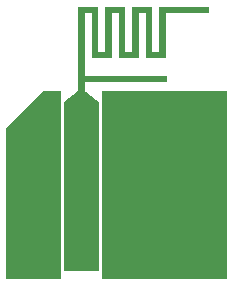
<source format=gbr>
G04 #@! TF.FileFunction,Copper,L1,Top,Signal*
%FSLAX46Y46*%
G04 Gerber Fmt 4.6, Leading zero omitted, Abs format (unit mm)*
G04 Created by KiCad (PCBNEW 4.0.5) date 02/22/17 13:03:07*
%MOMM*%
%LPD*%
G01*
G04 APERTURE LIST*
%ADD10C,0.100000*%
%ADD11R,2.290000X5.080000*%
%ADD12R,2.420000X5.080000*%
%ADD13C,0.970000*%
%ADD14R,0.460000X0.890000*%
%ADD15C,0.381000*%
%ADD16C,0.030480*%
G04 APERTURE END LIST*
D10*
D11*
X153670000Y-118560000D03*
D12*
X149290000Y-118560000D03*
X158050000Y-118560000D03*
D13*
X149290000Y-115120000D03*
X158050000Y-115120000D03*
D14*
X149290000Y-115570000D03*
X158050000Y-115570000D03*
D15*
X165658800Y-106248200D03*
X164896800Y-106248200D03*
X164134800Y-106248200D03*
X163372800Y-106248200D03*
X162610800Y-106248200D03*
X161848800Y-106248200D03*
X161086800Y-106248200D03*
X160324800Y-106248200D03*
X159562800Y-106248200D03*
X158800800Y-106248200D03*
X158038800Y-106248200D03*
X157276800Y-106248200D03*
X156514800Y-106248200D03*
X155752800Y-107010200D03*
X155752800Y-106248200D03*
X151460200Y-107010200D03*
X150698200Y-106248200D03*
X151460200Y-106248200D03*
X160540700Y-104851200D03*
D16*
G36*
X151825960Y-121753560D02*
X147219740Y-121753560D01*
X147219740Y-109117678D01*
X150393709Y-105943709D01*
X150413271Y-105914434D01*
X150419634Y-105882440D01*
X151825960Y-105882440D01*
X151825960Y-121753560D01*
X151825960Y-121753560D01*
G37*
X151825960Y-121753560D02*
X147219740Y-121753560D01*
X147219740Y-109117678D01*
X150393709Y-105943709D01*
X150413271Y-105914434D01*
X150419634Y-105882440D01*
X151825960Y-105882440D01*
X151825960Y-121753560D01*
G36*
X154988260Y-102565200D02*
X154989461Y-102571129D01*
X154992874Y-102576124D01*
X154997961Y-102579398D01*
X155003500Y-102580440D01*
X155638500Y-102580440D01*
X155644429Y-102579239D01*
X155649424Y-102575826D01*
X155652698Y-102570739D01*
X155653740Y-102565200D01*
X155653740Y-98770440D01*
X157274260Y-98770440D01*
X157274260Y-102565200D01*
X157275461Y-102571129D01*
X157278874Y-102576124D01*
X157283961Y-102579398D01*
X157289500Y-102580440D01*
X157924500Y-102580440D01*
X157930429Y-102579239D01*
X157935424Y-102575826D01*
X157938698Y-102570739D01*
X157939740Y-102565200D01*
X157939740Y-98770440D01*
X159560260Y-98770440D01*
X159560260Y-102565200D01*
X159561461Y-102571129D01*
X159564874Y-102576124D01*
X159569961Y-102579398D01*
X159575500Y-102580440D01*
X160210500Y-102580440D01*
X160216429Y-102579239D01*
X160221424Y-102575826D01*
X160224698Y-102570739D01*
X160225740Y-102565200D01*
X160225740Y-98770440D01*
X164386260Y-98770440D01*
X164386260Y-99247960D01*
X160718500Y-99247960D01*
X160712571Y-99249161D01*
X160707576Y-99252574D01*
X160704302Y-99257661D01*
X160703260Y-99263200D01*
X160703260Y-103057960D01*
X159082740Y-103057960D01*
X159082740Y-99263200D01*
X159081539Y-99257271D01*
X159078126Y-99252276D01*
X159073039Y-99249002D01*
X159067500Y-99247960D01*
X158432500Y-99247960D01*
X158426571Y-99249161D01*
X158421576Y-99252574D01*
X158418302Y-99257661D01*
X158417260Y-99263200D01*
X158417260Y-103057960D01*
X156796740Y-103057960D01*
X156796740Y-99263200D01*
X156795539Y-99257271D01*
X156792126Y-99252276D01*
X156787039Y-99249002D01*
X156781500Y-99247960D01*
X156146500Y-99247960D01*
X156140571Y-99249161D01*
X156135576Y-99252574D01*
X156132302Y-99257661D01*
X156131260Y-99263200D01*
X156131260Y-103057960D01*
X154510740Y-103057960D01*
X154510740Y-99263200D01*
X154509539Y-99257271D01*
X154506126Y-99252276D01*
X154501039Y-99249002D01*
X154495500Y-99247960D01*
X153860500Y-99247960D01*
X153854571Y-99249161D01*
X153849576Y-99252574D01*
X153846302Y-99257661D01*
X153845260Y-99263200D01*
X153845260Y-104597200D01*
X153846461Y-104603129D01*
X153849874Y-104608124D01*
X153854961Y-104611398D01*
X153860500Y-104612440D01*
X160779460Y-104612440D01*
X160779460Y-105089960D01*
X153860500Y-105089960D01*
X153854571Y-105091161D01*
X153849576Y-105094574D01*
X153846302Y-105099661D01*
X153845260Y-105105200D01*
X153845260Y-105867200D01*
X153846461Y-105873129D01*
X153850683Y-105878857D01*
X155051760Y-106890290D01*
X155051760Y-121079260D01*
X152161240Y-121079260D01*
X152161240Y-106890290D01*
X153362317Y-105878857D01*
X153366079Y-105874120D01*
X153367740Y-105867200D01*
X153367740Y-98770440D01*
X154988260Y-98770440D01*
X154988260Y-102565200D01*
X154988260Y-102565200D01*
G37*
X154988260Y-102565200D02*
X154989461Y-102571129D01*
X154992874Y-102576124D01*
X154997961Y-102579398D01*
X155003500Y-102580440D01*
X155638500Y-102580440D01*
X155644429Y-102579239D01*
X155649424Y-102575826D01*
X155652698Y-102570739D01*
X155653740Y-102565200D01*
X155653740Y-98770440D01*
X157274260Y-98770440D01*
X157274260Y-102565200D01*
X157275461Y-102571129D01*
X157278874Y-102576124D01*
X157283961Y-102579398D01*
X157289500Y-102580440D01*
X157924500Y-102580440D01*
X157930429Y-102579239D01*
X157935424Y-102575826D01*
X157938698Y-102570739D01*
X157939740Y-102565200D01*
X157939740Y-98770440D01*
X159560260Y-98770440D01*
X159560260Y-102565200D01*
X159561461Y-102571129D01*
X159564874Y-102576124D01*
X159569961Y-102579398D01*
X159575500Y-102580440D01*
X160210500Y-102580440D01*
X160216429Y-102579239D01*
X160221424Y-102575826D01*
X160224698Y-102570739D01*
X160225740Y-102565200D01*
X160225740Y-98770440D01*
X164386260Y-98770440D01*
X164386260Y-99247960D01*
X160718500Y-99247960D01*
X160712571Y-99249161D01*
X160707576Y-99252574D01*
X160704302Y-99257661D01*
X160703260Y-99263200D01*
X160703260Y-103057960D01*
X159082740Y-103057960D01*
X159082740Y-99263200D01*
X159081539Y-99257271D01*
X159078126Y-99252276D01*
X159073039Y-99249002D01*
X159067500Y-99247960D01*
X158432500Y-99247960D01*
X158426571Y-99249161D01*
X158421576Y-99252574D01*
X158418302Y-99257661D01*
X158417260Y-99263200D01*
X158417260Y-103057960D01*
X156796740Y-103057960D01*
X156796740Y-99263200D01*
X156795539Y-99257271D01*
X156792126Y-99252276D01*
X156787039Y-99249002D01*
X156781500Y-99247960D01*
X156146500Y-99247960D01*
X156140571Y-99249161D01*
X156135576Y-99252574D01*
X156132302Y-99257661D01*
X156131260Y-99263200D01*
X156131260Y-103057960D01*
X154510740Y-103057960D01*
X154510740Y-99263200D01*
X154509539Y-99257271D01*
X154506126Y-99252276D01*
X154501039Y-99249002D01*
X154495500Y-99247960D01*
X153860500Y-99247960D01*
X153854571Y-99249161D01*
X153849576Y-99252574D01*
X153846302Y-99257661D01*
X153845260Y-99263200D01*
X153845260Y-104597200D01*
X153846461Y-104603129D01*
X153849874Y-104608124D01*
X153854961Y-104611398D01*
X153860500Y-104612440D01*
X160779460Y-104612440D01*
X160779460Y-105089960D01*
X153860500Y-105089960D01*
X153854571Y-105091161D01*
X153849576Y-105094574D01*
X153846302Y-105099661D01*
X153845260Y-105105200D01*
X153845260Y-105867200D01*
X153846461Y-105873129D01*
X153850683Y-105878857D01*
X155051760Y-106890290D01*
X155051760Y-121079260D01*
X152161240Y-121079260D01*
X152161240Y-106890290D01*
X153362317Y-105878857D01*
X153366079Y-105874120D01*
X153367740Y-105867200D01*
X153367740Y-98770440D01*
X154988260Y-98770440D01*
X154988260Y-102565200D01*
G36*
X165835260Y-121753560D02*
X155387040Y-121753560D01*
X155387040Y-105882440D01*
X165835260Y-105882440D01*
X165835260Y-121753560D01*
X165835260Y-121753560D01*
G37*
X165835260Y-121753560D02*
X155387040Y-121753560D01*
X155387040Y-105882440D01*
X165835260Y-105882440D01*
X165835260Y-121753560D01*
M02*

</source>
